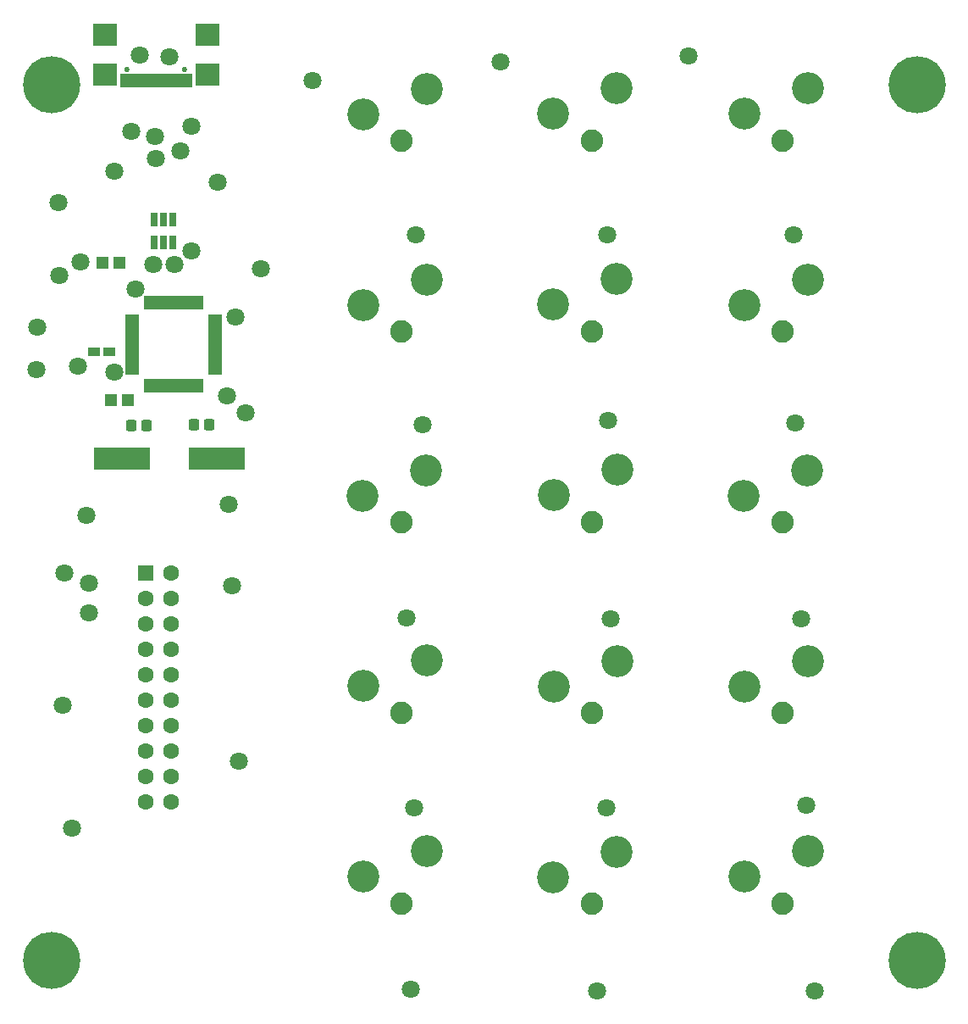
<source format=gts>
G04*
G04 #@! TF.GenerationSoftware,Altium Limited,Altium Designer,26.1.1 (7)*
G04*
G04 Layer_Color=8388736*
%FSLAX25Y25*%
%MOIN*%
G70*
G04*
G04 #@! TF.SameCoordinates,A05F3A44-81DF-4996-AA7C-0B09D49317B3*
G04*
G04*
G04 #@! TF.FilePolarity,Negative*
G04*
G01*
G75*
%ADD23R,0.09383X0.08674*%
%ADD24R,0.01981X0.05328*%
%ADD25R,0.05131X0.04737*%
%ADD26R,0.03162X0.05524*%
%ADD27R,0.05524X0.01981*%
%ADD28R,0.01981X0.05524*%
G04:AMPARAMS|DCode=29|XSize=42.25mil|YSize=44.61mil|CornerRadius=8.28mil|HoleSize=0mil|Usage=FLASHONLY|Rotation=180.000|XOffset=0mil|YOffset=0mil|HoleType=Round|Shape=RoundedRectangle|*
%AMROUNDEDRECTD29*
21,1,0.04225,0.02805,0,0,180.0*
21,1,0.02569,0.04461,0,0,180.0*
1,1,0.01656,-0.01284,0.01403*
1,1,0.01656,0.01284,0.01403*
1,1,0.01656,0.01284,-0.01403*
1,1,0.01656,-0.01284,-0.01403*
%
%ADD29ROUNDEDRECTD29*%
%ADD30R,0.22453X0.08674*%
%ADD31R,0.04737X0.03753*%
%ADD32C,0.06331*%
%ADD33R,0.06331X0.06331*%
%ADD34C,0.02080*%
%ADD35C,0.22453*%
%ADD36C,0.08851*%
%ADD37C,0.12611*%
%ADD38C,0.07099*%
D23*
X36709Y364187D02*
D03*
X76945D02*
D03*
X36709Y379659D02*
D03*
X76945D02*
D03*
D24*
X68835Y361923D02*
D03*
X44819D02*
D03*
X43638D02*
D03*
X70016D02*
D03*
X49937D02*
D03*
X61748D02*
D03*
X65685D02*
D03*
X63716D02*
D03*
X59779D02*
D03*
X53874D02*
D03*
X47968D02*
D03*
X46787D02*
D03*
X51905D02*
D03*
X55842D02*
D03*
X57811D02*
D03*
X66866D02*
D03*
D25*
X42323Y290158D02*
D03*
X35630D02*
D03*
X45866Y236221D02*
D03*
X39173D02*
D03*
D26*
X59842Y307087D02*
D03*
X56102D02*
D03*
Y298031D02*
D03*
X63583D02*
D03*
Y307087D02*
D03*
X59842Y298031D02*
D03*
D27*
X47441Y255118D02*
D03*
X80118Y268898D02*
D03*
X47441Y247244D02*
D03*
X80118Y253150D02*
D03*
Y255118D02*
D03*
Y257087D02*
D03*
Y259055D02*
D03*
Y264961D02*
D03*
Y262992D02*
D03*
Y261024D02*
D03*
X47441Y251181D02*
D03*
Y253150D02*
D03*
Y257087D02*
D03*
Y259055D02*
D03*
Y268898D02*
D03*
Y266929D02*
D03*
Y264961D02*
D03*
Y262992D02*
D03*
Y261024D02*
D03*
X80118Y251181D02*
D03*
Y247244D02*
D03*
Y249213D02*
D03*
Y266929D02*
D03*
X47441Y249213D02*
D03*
D28*
X52953Y274409D02*
D03*
X68701Y241732D02*
D03*
X52953D02*
D03*
X54921D02*
D03*
X56890D02*
D03*
X58858D02*
D03*
X64764D02*
D03*
X70669D02*
D03*
X72638D02*
D03*
X74606D02*
D03*
Y274409D02*
D03*
X72638D02*
D03*
X70669D02*
D03*
X68701D02*
D03*
X66732D02*
D03*
X64764D02*
D03*
X62795D02*
D03*
X60827D02*
D03*
X58858D02*
D03*
X56890D02*
D03*
X60827Y241732D02*
D03*
X62795D02*
D03*
X54921Y274409D02*
D03*
X66732Y241732D02*
D03*
D29*
X71653Y226378D02*
D03*
X77795D02*
D03*
X53150Y225984D02*
D03*
X47008D02*
D03*
D30*
X80744Y213214D02*
D03*
X43342D02*
D03*
D31*
X38386Y255118D02*
D03*
X32480D02*
D03*
D32*
X62756Y168110D02*
D03*
X52756Y118110D02*
D03*
Y88110D02*
D03*
Y78110D02*
D03*
Y148110D02*
D03*
Y128110D02*
D03*
Y108110D02*
D03*
Y98110D02*
D03*
Y158110D02*
D03*
Y138110D02*
D03*
X62756Y158110D02*
D03*
Y148110D02*
D03*
Y138110D02*
D03*
Y128110D02*
D03*
Y118110D02*
D03*
Y108110D02*
D03*
Y98110D02*
D03*
Y88110D02*
D03*
Y78110D02*
D03*
D33*
X52756Y168110D02*
D03*
D34*
X45449Y366155D02*
D03*
X68204D02*
D03*
D35*
X15748Y360236D02*
D03*
X356299D02*
D03*
Y15748D02*
D03*
X15748D02*
D03*
D36*
X153347Y338189D02*
D03*
X228346D02*
D03*
X303346D02*
D03*
X153347Y263189D02*
D03*
X228346D02*
D03*
X303346D02*
D03*
X153347Y188189D02*
D03*
X228346D02*
D03*
X303346D02*
D03*
X153347Y113189D02*
D03*
X228346D02*
D03*
X303346D02*
D03*
X153347Y38189D02*
D03*
X228346D02*
D03*
X303346D02*
D03*
D37*
X313484Y358937D02*
D03*
X288484Y348937D02*
D03*
X238484Y208937D02*
D03*
X213484Y198937D02*
D03*
X163484Y283543D02*
D03*
X138484Y273543D02*
D03*
X238299Y133480D02*
D03*
X213299Y123480D02*
D03*
X238090Y283937D02*
D03*
X213090Y273937D02*
D03*
X313583Y283425D02*
D03*
X288583Y273425D02*
D03*
X163583Y58740D02*
D03*
X138583Y48740D02*
D03*
X163386Y358425D02*
D03*
X138386Y348425D02*
D03*
X163091Y208543D02*
D03*
X138091Y198543D02*
D03*
X238189Y58543D02*
D03*
X213189Y48543D02*
D03*
X163484Y133740D02*
D03*
X138484Y123740D02*
D03*
X313484Y133543D02*
D03*
X288484Y123543D02*
D03*
X312992Y208425D02*
D03*
X287992Y198425D02*
D03*
X238091Y358937D02*
D03*
X213091Y348937D02*
D03*
X313484Y58740D02*
D03*
X288484Y48740D02*
D03*
D38*
X27165Y290551D02*
D03*
X48819Y279921D02*
D03*
X88189Y268898D02*
D03*
X84646Y237795D02*
D03*
X40551Y247244D02*
D03*
X29528Y190945D02*
D03*
X30315Y164173D02*
D03*
Y152362D02*
D03*
X18504Y313779D02*
D03*
X25984Y249606D02*
D03*
X18898Y285039D02*
D03*
X98032Y287795D02*
D03*
X81102Y321654D02*
D03*
X85433Y195276D02*
D03*
X86614Y162992D02*
D03*
X89370Y94095D02*
D03*
X23622Y67716D02*
D03*
X70866Y294882D02*
D03*
Y343701D02*
D03*
X9843Y248031D02*
D03*
X10236Y264961D02*
D03*
X62205Y371260D02*
D03*
X47244Y341732D02*
D03*
X56693Y331102D02*
D03*
X66535Y334252D02*
D03*
X56293Y339907D02*
D03*
X50394Y371654D02*
D03*
X20866Y168110D02*
D03*
X63971Y289532D02*
D03*
X55905Y289370D02*
D03*
X40551Y325984D02*
D03*
X20079Y116142D02*
D03*
X92126Y231102D02*
D03*
X118518Y361896D02*
D03*
X316142Y3937D02*
D03*
X230315D02*
D03*
X157087Y4331D02*
D03*
X312851Y76772D02*
D03*
X234252Y75787D02*
D03*
X158465D02*
D03*
X155512Y150591D02*
D03*
X235850Y150276D02*
D03*
X310644Y150212D02*
D03*
X308383Y227137D02*
D03*
X234623Y228106D02*
D03*
X161831Y226620D02*
D03*
X159248Y301091D02*
D03*
X234429Y301091D02*
D03*
X307673Y300962D02*
D03*
X266594Y371557D02*
D03*
X192520Y369291D02*
D03*
M02*

</source>
